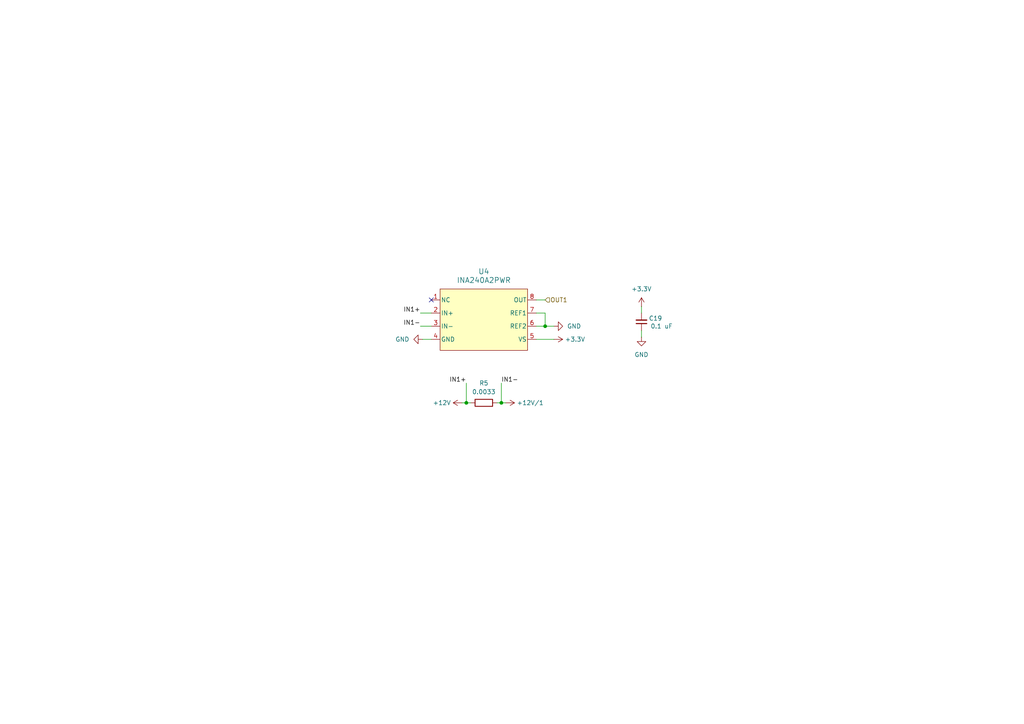
<source format=kicad_sch>
(kicad_sch (version 20231120) (generator "eeschema") (generator_version "8.0")
  (paper "A4")
  (lib_symbols
    (symbol "Device:C_Small" (pin_numbers hide) (pin_names (offset 0.254) hide)
      (property "Reference" "C" (at 0.254 1.778 0))
      (property "Value" "C_Small" (at 0.254 -2.032 0))
      (symbol "C_Small_0_1"
        (polyline (pts (xy -1.524 -0.508) (xy 1.524 -0.508)) (stroke (width 0.3302)))
        (polyline (pts (xy -1.524 0.508) (xy 1.524 0.508)) (stroke (width 0.3048)))
      )
      (symbol "C_Small_1_1"
        (pin passive line (at 0 2.54 270) (length 2.032) (name "~") (number "1"))
        (pin passive line (at 0 -2.54 90) (length 2.032) (name "~") (number "2"))
      )
    )
    (symbol "Device:R" (pin_numbers hide) (pin_names (offset 0))
      (property "Reference" "R" (at 2.032 0 90))
      (property "Value" "R" (at 0 0 90))
      (symbol "R_0_1"
        (rectangle (start -1.016 -2.54) (end 1.016 2.54) (stroke (width 0.254)))
      )
      (symbol "R_1_1"
        (pin passive line (at 0 3.81 270) (length 1.27) (name "~") (number "1"))
        (pin passive line (at 0 -3.81 90) (length 1.27) (name "~") (number "2"))
      )
    )
    (symbol "INA240A2PWR:INA240A2PWR" (pin_names (offset 0.254))
      (property "Reference" "U" (at 20.32 10.16 0))
      (property "Value" "INA240A2PWR" (at 20.32 7.62 0))
      (symbol "INA240A2PWR_1_1"
        (rectangle (start 7.62 5.08) (end 33.02 -12.7) (fill (type background)))
        (pin unspecified line (at 5.08 1.905 0) (length 2.54) (name "NC") (number "1"))
        (pin input line (at 5.08 -1.905 0) (length 2.54) (name "IN+") (number "2"))
        (pin input line (at 5.08 -5.715 0) (length 2.54) (name "IN-") (number "3"))
        (pin power_in line (at 5.08 -9.525 0) (length 2.54) (name "GND") (number "4"))
        (pin power_in line (at 35.56 -9.525 180) (length 2.54) (name "VS") (number "5"))
        (pin input line (at 35.56 -5.715 180) (length 2.54) (name "REF2") (number "6"))
        (pin input line (at 35.56 -1.905 180) (length 2.54) (name "REF1") (number "7"))
        (pin output line (at 35.56 1.905 180) (length 2.54) (name "OUT") (number "8"))
      )
    )
    (symbol "power:+12V" (power) (pin_numbers hide) (pin_names (offset 0) hide)
      (property "Value" "+12V" (at 0 3.556 0))
      (symbol "+12V_0_1"
        (polyline (pts (xy -0.762 1.27) (xy 0 2.54)))
        (polyline (pts (xy 0 0) (xy 0 2.54)))
        (polyline (pts (xy 0 2.54) (xy 0.762 1.27)))
      )
      (symbol "+12V_1_1"
        (pin power_in line (at 0 0 90) (length 0) (name "~") (number "1"))
      )
    )
    (symbol "power:+3.3V" (power) (pin_numbers hide) (pin_names (offset 0) hide)
      (property "Value" "+3.3V" (at 0 3.556 0))
      (symbol "+3.3V_0_1"
        (polyline (pts (xy -0.762 1.27) (xy 0 2.54)))
        (polyline (pts (xy 0 0) (xy 0 2.54)))
        (polyline (pts (xy 0 2.54) (xy 0.762 1.27)))
      )
      (symbol "+3.3V_1_1"
        (pin power_in line (at 0 0 90) (length 0) (name "~") (number "1"))
      )
    )
    (symbol "power:+48V" (power) (pin_numbers hide) (pin_names (offset 0) hide)
      (property "Value" "+48V" (at 0 3.556 0))
      (symbol "+48V_0_1"
        (polyline (pts (xy -0.762 1.27) (xy 0 2.54)))
        (polyline (pts (xy 0 0) (xy 0 2.54)))
        (polyline (pts (xy 0 2.54) (xy 0.762 1.27)))
      )
      (symbol "+48V_1_1"
        (pin power_in line (at 0 0 90) (length 0) (name "~") (number "1"))
      )
    )
    (symbol "power:GND" (power) (pin_numbers hide) (pin_names (offset 0) hide)
      (property "Value" "GND" (at 0 -3.81 0))
      (symbol "GND_0_1"
        (polyline (pts (xy 0 0) (xy 0 -1.27) (xy 1.27 -1.27) (xy 0 -2.54) (xy -1.27 -1.27) (xy 0 -1.27)))
      )
      (symbol "GND_1_1"
        (pin power_in line (at 0 0 270) (length 0) (name "~") (number "1"))
      )
    )
  )
  (junction (at 158.115 94.615))
  (junction (at 135.255 116.84))
  (junction (at 145.415 116.84))
  (no_connect (at 125.095 86.995))
  (wire (pts (xy 186.055 95.885) (xy 186.055 97.79)))
  (wire (pts (xy 158.115 90.805) (xy 158.115 94.615)))
  (wire (pts (xy 155.575 90.805) (xy 158.115 90.805)))
  (wire (pts (xy 122.555 98.425) (xy 125.095 98.425)))
  (wire (pts (xy 144.145 116.84) (xy 145.415 116.84)))
  (wire (pts (xy 158.115 94.615) (xy 160.655 94.615)))
  (wire (pts (xy 121.92 90.805) (xy 125.095 90.805)))
  (wire (pts (xy 145.415 111.125) (xy 145.415 116.84)))
  (wire (pts (xy 155.575 94.615) (xy 158.115 94.615)))
  (wire (pts (xy 155.575 98.425) (xy 160.655 98.425)))
  (wire (pts (xy 135.255 116.84) (xy 136.525 116.84)))
  (wire (pts (xy 145.415 116.84) (xy 146.685 116.84)))
  (wire (pts (xy 135.255 111.125) (xy 135.255 116.84)))
  (wire (pts (xy 121.92 94.615) (xy 125.095 94.615)))
  (wire (pts (xy 133.985 116.84) (xy 135.255 116.84)))
  (wire (pts (xy 155.575 86.995) (xy 158.115 86.995)))
  (wire (pts (xy 186.055 88.9) (xy 186.055 90.805)))
  (label "IN1-" (at 121.92 94.615 180))
  (label "IN1-" (at 145.415 111.125 0))
  (label "IN1+" (at 135.255 111.125 180))
  (label "IN1+" (at 121.92 90.805 180))
  (hierarchical_label "OUT1" (shape input) (at 158.115 86.995 0))
  (symbol (lib_id "power:GND") (at 122.555 98.425 270) (unit 1)
    (property "Reference" "#PWR055" (effects (hide yes)))
    (property "Value" "GND" (at 118.745 98.4249 90) (effects (justify right)))
    (property "Description" "Power symbol creates a global label with name \"GND\" , ground" (effects (hide yes)))
  )
  (symbol (lib_id "INA240A2PWR:INA240A2PWR") (at 120.015 88.9 0) (unit 1)
    (property "Reference" "U4" (at 140.335 78.74 0) (effects (font (size 1.524 1.524))))
    (property "Value" "INA240A2PWR" (at 140.335 81.28 0) (effects (font (size 1.524 1.524))))
    (property "Footprint" "INA240A2PWR:PW0008A_M" (effects (hide yes)))
    (property "Datasheet" "https://www.ti.com/lit/gpn/ina240" (effects (hide yes)))
    (property "Description" "IC CURR SENSE 1 CIRCUIT 8TSSOP" (effects (hide yes)))
    (property "Mfr." "Texas Instruments" (effects (hide yes)))
    (property "Part #" "INA240A2PWR" (effects (hide yes)))
    (property "Price" "$2.426" (effects (hide yes)))
    (property "Order Link" "https://www.digikey.com/en/products/detail/texas-instruments/INA240A2PWR/6562018" (effects (hide yes)))
  )
  (symbol (lib_id "power:+48V") (at 133.985 116.84 90) (unit 1)
    (property "Reference" "#PWR013" (effects (hide yes)))
    (property "Value" "+12V" (at 130.81 116.8399 90) (effects (justify left)))
    (property "Description" "Power symbol creates a global label with name \"+48V\"" (effects (hide yes)))
  )
  (symbol (lib_id "power:+12V") (at 146.685 116.84 270) (unit 1)
    (property "Reference" "#PWR014" (effects (hide yes)))
    (property "Value" "+12V/1" (at 153.797 116.84 90))
    (property "Description" "Power symbol creates a global label with name \"+12V\"" (effects (hide yes)))
  )
  (symbol (lib_id "power:GND") (at 160.655 94.615 90) (unit 1)
    (property "Reference" "#PWR053" (effects (hide yes)))
    (property "Value" "GND" (at 164.465 94.6149 90) (effects (justify right)))
    (property "Description" "Power symbol creates a global label with name \"GND\" , ground" (effects (hide yes)))
  )
  (symbol (lib_id "Device:C_Small") (at 186.055 93.345 180) (unit 1)
    (property "Reference" "C19" (at 190.119 92.329 0))
    (property "Value" "0.1 uF" (at 191.897 94.615 0))
    (property "Footprint" "0805 Ceramic Capacitor:CAPC2012X140N" (effects (hide yes)))
    (property "Datasheet" "https://content.kemet.com/datasheets/KEM_C1023_X7R_AUTO_SMD.pdf" (effects (hide yes)))
    (property "Description" "0.1 uF 0805 Ceramic Capacitor - Automotive, Bypass, Decoupling" (effects (hide yes)))
    (property "Mfr." "KEMET" (effects (hide yes)))
    (property "Part #" "C0805C104J5RACAUTO" (effects (hide yes)))
    (property "Price" "$0.109" (effects (hide yes)))
    (property "Order Link" "https://www.digikey.com/en/products/detail/kemet/C0805C104J5RACAUTO/3314919" (effects (hide yes)))
  )
  (symbol (lib_id "power:GND") (at 186.055 97.79 0) (unit 1)
    (property "Reference" "#PWR057" (effects (hide yes)))
    (property "Value" "GND" (at 186.055 102.87 0))
    (property "Description" "Power symbol creates a global label with name \"GND\" , ground" (effects (hide yes)))
  )
  (symbol (lib_id "Device:R") (at 140.335 116.84 90) (unit 1)
    (property "Reference" "R5" (at 140.335 111.125 90))
    (property "Value" "0.0033" (at 140.335 113.665 90))
    (property "Footprint" "WSLP25123L300DEA:RES_VISHAY_WSLP2512_A_VIS" (effects (hide yes)))
    (property "Datasheet" "https://www.vishay.com/docs/30122/wslp.pdf" (effects (hide yes)))
    (property "Description" "RES 0.0033 OHM 0.5% 3W 2512" (effects (hide yes)))
    (property "Mfr." "Vishay Dale" (effects (hide yes)))
    (property "Part #" "WSLP25123L300DEA" (effects (hide yes)))
    (property "Price" "$2.767" (effects (hide yes)))
    (property "Order Link" "https://www.digikey.com/en/products/detail/vishay-dale/WSLP25123L300DEA/9755540" (effects (hide yes)))
  )
  (symbol (lib_id "power:+3.3V") (at 160.655 98.425 270) (unit 1)
    (property "Reference" "#PWR054" (effects (hide yes)))
    (property "Value" "+3.3V" (at 163.83 98.4249 90) (effects (justify left)))
    (property "Description" "Power symbol creates a global label with name \"+3.3V\"" (effects (hide yes)))
  )
  (symbol (lib_id "power:+3.3V") (at 186.055 88.9 0) (unit 1)
    (property "Reference" "#PWR056" (effects (hide yes)))
    (property "Value" "+3.3V" (at 186.055 83.82 0))
    (property "Description" "Power symbol creates a global label with name \"+3.3V\"" (effects (hide yes)))
  )
)
</source>
